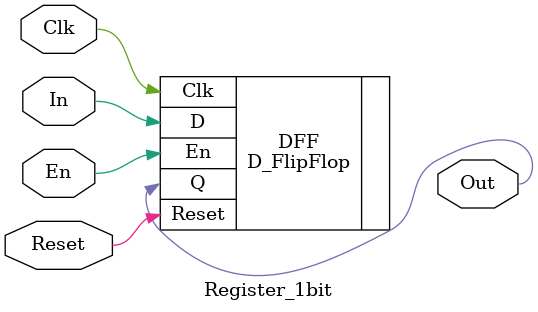
<source format=v>
module Register_1bit(Clk, En, Reset, In, Out);

input Clk, En, Reset, In;
output Out;

D_FlipFlop DFF(.Clk(Clk), .En(En), .Reset(Reset), .D(In), .Q(Out));

endmodule

</source>
